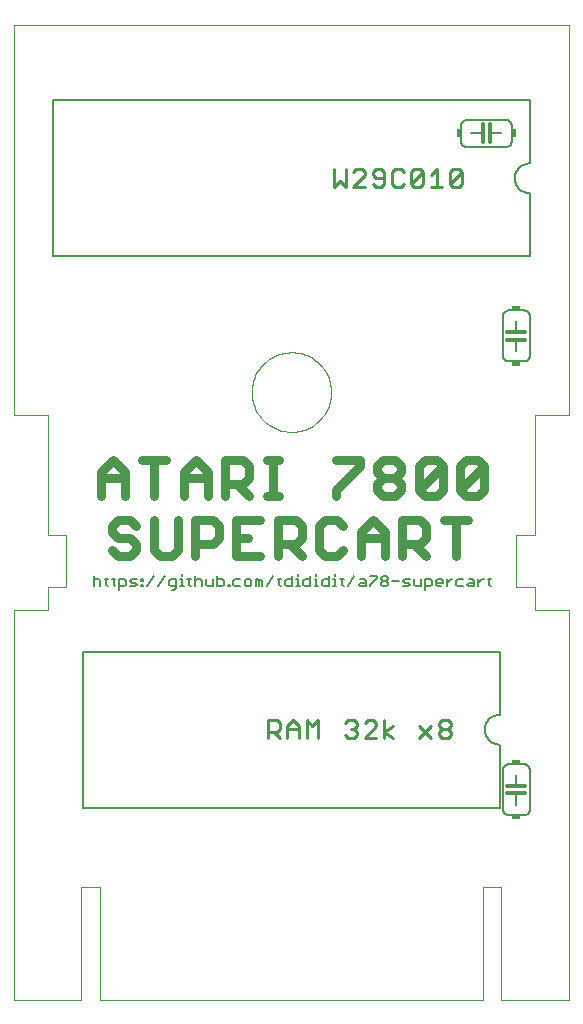
<source format=gto>
G75*
%MOIN*%
%OFA0B0*%
%FSLAX24Y24*%
%IPPOS*%
%LPD*%
%AMOC8*
5,1,8,0,0,1.08239X$1,22.5*
%
%ADD10C,0.0000*%
%ADD11C,0.0300*%
%ADD12C,0.0060*%
%ADD13C,0.0110*%
%ADD14C,0.0120*%
%ADD15R,0.0300X0.0150*%
%ADD16R,0.0150X0.0300*%
D10*
X000180Y002550D02*
X002430Y002550D01*
X002430Y006300D01*
X003055Y006300D01*
X003055Y002550D01*
X015805Y002550D01*
X015805Y006300D01*
X016430Y006300D01*
X016430Y002550D01*
X018680Y002550D01*
X018680Y015550D01*
X017555Y015550D01*
X017555Y016300D01*
X016930Y016300D01*
X016930Y018050D01*
X017555Y018050D01*
X017555Y022050D01*
X018680Y022050D01*
X018680Y035050D01*
X000180Y035050D01*
X000180Y022050D01*
X001305Y022050D01*
X001305Y018050D01*
X001930Y018050D01*
X001930Y016300D01*
X001305Y016300D01*
X001305Y015550D01*
X000180Y015550D01*
X000180Y002550D01*
X008105Y022800D02*
X008107Y022872D01*
X008113Y022944D01*
X008123Y023016D01*
X008137Y023087D01*
X008154Y023157D01*
X008176Y023227D01*
X008201Y023294D01*
X008230Y023361D01*
X008262Y023426D01*
X008298Y023488D01*
X008337Y023549D01*
X008380Y023608D01*
X008425Y023664D01*
X008474Y023718D01*
X008526Y023768D01*
X008580Y023816D01*
X008637Y023861D01*
X008696Y023903D01*
X008757Y023941D01*
X008820Y023976D01*
X008886Y024008D01*
X008952Y024036D01*
X009021Y024060D01*
X009090Y024081D01*
X009160Y024097D01*
X009232Y024110D01*
X009304Y024119D01*
X009376Y024124D01*
X009448Y024125D01*
X009520Y024122D01*
X009592Y024115D01*
X009664Y024104D01*
X009735Y024089D01*
X009805Y024071D01*
X009874Y024048D01*
X009941Y024022D01*
X010007Y023993D01*
X010071Y023959D01*
X010134Y023923D01*
X010194Y023882D01*
X010252Y023839D01*
X010308Y023793D01*
X010360Y023743D01*
X010411Y023691D01*
X010458Y023636D01*
X010502Y023579D01*
X010543Y023519D01*
X010580Y023457D01*
X010615Y023393D01*
X010645Y023328D01*
X010672Y023261D01*
X010696Y023192D01*
X010715Y023122D01*
X010731Y023052D01*
X010743Y022980D01*
X010751Y022908D01*
X010755Y022836D01*
X010755Y022764D01*
X010751Y022692D01*
X010743Y022620D01*
X010731Y022548D01*
X010715Y022478D01*
X010696Y022408D01*
X010672Y022339D01*
X010645Y022272D01*
X010615Y022207D01*
X010580Y022143D01*
X010543Y022081D01*
X010502Y022021D01*
X010458Y021964D01*
X010411Y021909D01*
X010360Y021857D01*
X010308Y021807D01*
X010252Y021761D01*
X010194Y021718D01*
X010134Y021677D01*
X010071Y021641D01*
X010007Y021607D01*
X009941Y021578D01*
X009874Y021552D01*
X009805Y021529D01*
X009735Y021511D01*
X009664Y021496D01*
X009592Y021485D01*
X009520Y021478D01*
X009448Y021475D01*
X009376Y021476D01*
X009304Y021481D01*
X009232Y021490D01*
X009160Y021503D01*
X009090Y021519D01*
X009021Y021540D01*
X008952Y021564D01*
X008886Y021592D01*
X008820Y021624D01*
X008757Y021659D01*
X008696Y021697D01*
X008637Y021739D01*
X008580Y021784D01*
X008526Y021832D01*
X008474Y021882D01*
X008425Y021936D01*
X008380Y021992D01*
X008337Y022051D01*
X008298Y022112D01*
X008262Y022174D01*
X008230Y022239D01*
X008201Y022306D01*
X008176Y022373D01*
X008154Y022443D01*
X008137Y022513D01*
X008123Y022584D01*
X008113Y022656D01*
X008107Y022728D01*
X008105Y022800D01*
D11*
X007824Y020526D02*
X007224Y020526D01*
X007224Y019325D01*
X007224Y019725D02*
X007824Y019725D01*
X008024Y019926D01*
X008024Y020326D01*
X007824Y020526D01*
X007624Y019725D02*
X008024Y019325D01*
X008399Y018526D02*
X007599Y018526D01*
X007599Y017325D01*
X008399Y017325D01*
X007999Y017926D02*
X007599Y017926D01*
X007018Y017926D02*
X006818Y017725D01*
X006217Y017725D01*
X006217Y017325D02*
X006217Y018526D01*
X006818Y018526D01*
X007018Y018326D01*
X007018Y017926D01*
X006643Y019325D02*
X006643Y020126D01*
X006243Y020526D01*
X005842Y020126D01*
X005842Y019325D01*
X005842Y019926D02*
X006643Y019926D01*
X005637Y018526D02*
X005637Y017525D01*
X005437Y017325D01*
X005036Y017325D01*
X004836Y017525D01*
X004836Y018526D01*
X004862Y019325D02*
X004862Y020526D01*
X005262Y020526D02*
X004461Y020526D01*
X003881Y020126D02*
X003881Y019325D01*
X003881Y019926D02*
X003080Y019926D01*
X003080Y020126D02*
X003480Y020526D01*
X003881Y020126D01*
X003080Y020126D02*
X003080Y019325D01*
X003655Y018526D02*
X003455Y018326D01*
X003455Y018126D01*
X003655Y017926D01*
X004056Y017926D01*
X004256Y017725D01*
X004256Y017525D01*
X004056Y017325D01*
X003655Y017325D01*
X003455Y017525D01*
X003655Y018526D02*
X004056Y018526D01*
X004256Y018326D01*
X008605Y019325D02*
X009005Y019325D01*
X008805Y019325D02*
X008805Y020526D01*
X008605Y020526D02*
X009005Y020526D01*
X008980Y018526D02*
X009580Y018526D01*
X009780Y018326D01*
X009780Y017926D01*
X009580Y017725D01*
X008980Y017725D01*
X008980Y017325D02*
X008980Y018526D01*
X009380Y017725D02*
X009780Y017325D01*
X010361Y017525D02*
X010361Y018326D01*
X010561Y018526D01*
X010961Y018526D01*
X011162Y018326D01*
X010907Y019325D02*
X010907Y019525D01*
X011707Y020326D01*
X011707Y020526D01*
X010907Y020526D01*
X012142Y018526D02*
X012543Y018126D01*
X012543Y017325D01*
X012543Y017926D02*
X011742Y017926D01*
X011742Y018126D02*
X011742Y017325D01*
X011742Y018126D02*
X012142Y018526D01*
X012488Y019325D02*
X012288Y019525D01*
X012288Y019725D01*
X012488Y019926D01*
X012888Y019926D01*
X013089Y019725D01*
X013089Y019525D01*
X012888Y019325D01*
X012488Y019325D01*
X012488Y019926D02*
X012288Y020126D01*
X012288Y020326D01*
X012488Y020526D01*
X012888Y020526D01*
X013089Y020326D01*
X013089Y020126D01*
X012888Y019926D01*
X013669Y019525D02*
X013669Y020326D01*
X013869Y020526D01*
X014270Y020526D01*
X014470Y020326D01*
X013669Y019525D01*
X013869Y019325D01*
X014270Y019325D01*
X014470Y019525D01*
X014470Y020326D01*
X015050Y020326D02*
X015050Y019525D01*
X015851Y020326D01*
X015851Y019525D01*
X015651Y019325D01*
X015250Y019325D01*
X015050Y019525D01*
X015050Y020326D02*
X015250Y020526D01*
X015651Y020526D01*
X015851Y020326D01*
X015305Y018526D02*
X014504Y018526D01*
X014905Y018526D02*
X014905Y017325D01*
X013924Y017325D02*
X013524Y017725D01*
X013724Y017725D02*
X013123Y017725D01*
X013123Y017325D02*
X013123Y018526D01*
X013724Y018526D01*
X013924Y018326D01*
X013924Y017926D01*
X013724Y017725D01*
X011162Y017525D02*
X010961Y017325D01*
X010561Y017325D01*
X010361Y017525D01*
D12*
X010258Y016727D02*
X010258Y016670D01*
X010258Y016557D02*
X010201Y016557D01*
X010258Y016557D02*
X010258Y016330D01*
X010201Y016330D02*
X010315Y016330D01*
X010447Y016387D02*
X010447Y016500D01*
X010504Y016557D01*
X010674Y016557D01*
X010674Y016670D02*
X010674Y016330D01*
X010504Y016330D01*
X010447Y016387D01*
X010815Y016330D02*
X010929Y016330D01*
X010872Y016330D02*
X010872Y016557D01*
X010815Y016557D01*
X010872Y016670D02*
X010872Y016727D01*
X011061Y016557D02*
X011174Y016557D01*
X011117Y016614D02*
X011117Y016387D01*
X011174Y016330D01*
X011306Y016330D02*
X011533Y016670D01*
X011731Y016557D02*
X011845Y016557D01*
X011901Y016500D01*
X011901Y016330D01*
X011731Y016330D01*
X011675Y016387D01*
X011731Y016443D01*
X011901Y016443D01*
X012043Y016387D02*
X012043Y016330D01*
X012043Y016387D02*
X012270Y016614D01*
X012270Y016670D01*
X012043Y016670D01*
X012411Y016614D02*
X012411Y016557D01*
X012468Y016500D01*
X012581Y016500D01*
X012638Y016443D01*
X012638Y016387D01*
X012581Y016330D01*
X012468Y016330D01*
X012411Y016387D01*
X012411Y016443D01*
X012468Y016500D01*
X012581Y016500D02*
X012638Y016557D01*
X012638Y016614D01*
X012581Y016670D01*
X012468Y016670D01*
X012411Y016614D01*
X012779Y016500D02*
X013006Y016500D01*
X013148Y016500D02*
X013205Y016557D01*
X013375Y016557D01*
X013318Y016443D02*
X013205Y016443D01*
X013148Y016500D01*
X013148Y016330D02*
X013318Y016330D01*
X013375Y016387D01*
X013318Y016443D01*
X013516Y016387D02*
X013573Y016330D01*
X013743Y016330D01*
X013743Y016557D01*
X013884Y016557D02*
X014055Y016557D01*
X014111Y016500D01*
X014111Y016387D01*
X014055Y016330D01*
X013884Y016330D01*
X013884Y016217D02*
X013884Y016557D01*
X013516Y016557D02*
X013516Y016387D01*
X014253Y016387D02*
X014253Y016500D01*
X014309Y016557D01*
X014423Y016557D01*
X014480Y016500D01*
X014480Y016443D01*
X014253Y016443D01*
X014253Y016387D02*
X014309Y016330D01*
X014423Y016330D01*
X014621Y016330D02*
X014621Y016557D01*
X014734Y016557D02*
X014791Y016557D01*
X014734Y016557D02*
X014621Y016443D01*
X014928Y016387D02*
X014985Y016330D01*
X015155Y016330D01*
X015296Y016387D02*
X015353Y016443D01*
X015523Y016443D01*
X015523Y016500D02*
X015523Y016330D01*
X015353Y016330D01*
X015296Y016387D01*
X015353Y016557D02*
X015466Y016557D01*
X015523Y016500D01*
X015665Y016443D02*
X015778Y016557D01*
X015835Y016557D01*
X015972Y016557D02*
X016085Y016557D01*
X016028Y016614D02*
X016028Y016387D01*
X016085Y016330D01*
X015665Y016330D02*
X015665Y016557D01*
X015155Y016557D02*
X014985Y016557D01*
X014928Y016500D01*
X014928Y016387D01*
X016380Y014150D02*
X002480Y014150D01*
X002480Y008950D01*
X016380Y008950D01*
X016380Y011050D01*
X016336Y011052D01*
X016293Y011058D01*
X016251Y011067D01*
X016209Y011080D01*
X016169Y011097D01*
X016130Y011117D01*
X016093Y011140D01*
X016059Y011167D01*
X016026Y011196D01*
X015997Y011229D01*
X015970Y011263D01*
X015947Y011300D01*
X015927Y011339D01*
X015910Y011379D01*
X015897Y011421D01*
X015888Y011463D01*
X015882Y011506D01*
X015880Y011550D01*
X015882Y011594D01*
X015888Y011637D01*
X015897Y011679D01*
X015910Y011721D01*
X015927Y011761D01*
X015947Y011800D01*
X015970Y011837D01*
X015997Y011871D01*
X016026Y011904D01*
X016059Y011933D01*
X016093Y011960D01*
X016130Y011983D01*
X016169Y012003D01*
X016209Y012020D01*
X016251Y012033D01*
X016293Y012042D01*
X016336Y012048D01*
X016380Y012050D01*
X016380Y014150D01*
X016680Y010400D02*
X017180Y010400D01*
X017206Y010398D01*
X017232Y010393D01*
X017257Y010385D01*
X017280Y010373D01*
X017302Y010359D01*
X017321Y010341D01*
X017339Y010322D01*
X017353Y010300D01*
X017365Y010277D01*
X017373Y010252D01*
X017378Y010226D01*
X017380Y010200D01*
X017380Y008900D01*
X017378Y008874D01*
X017373Y008848D01*
X017365Y008823D01*
X017353Y008800D01*
X017339Y008778D01*
X017321Y008759D01*
X017302Y008741D01*
X017280Y008727D01*
X017257Y008715D01*
X017232Y008707D01*
X017206Y008702D01*
X017180Y008700D01*
X016680Y008700D01*
X016654Y008702D01*
X016628Y008707D01*
X016603Y008715D01*
X016580Y008727D01*
X016558Y008741D01*
X016539Y008759D01*
X016521Y008778D01*
X016507Y008800D01*
X016495Y008823D01*
X016487Y008848D01*
X016482Y008874D01*
X016480Y008900D01*
X016480Y010200D01*
X016482Y010226D01*
X016487Y010252D01*
X016495Y010277D01*
X016507Y010300D01*
X016521Y010322D01*
X016539Y010341D01*
X016558Y010359D01*
X016580Y010373D01*
X016603Y010385D01*
X016628Y010393D01*
X016654Y010398D01*
X016680Y010400D01*
X016930Y010050D02*
X016930Y009680D01*
X016930Y009430D02*
X016930Y009050D01*
X010060Y016330D02*
X009890Y016330D01*
X009833Y016387D01*
X009833Y016500D01*
X009890Y016557D01*
X010060Y016557D01*
X010060Y016670D02*
X010060Y016330D01*
X009701Y016330D02*
X009587Y016330D01*
X009644Y016330D02*
X009644Y016557D01*
X009587Y016557D01*
X009644Y016670D02*
X009644Y016727D01*
X009446Y016670D02*
X009446Y016330D01*
X009276Y016330D01*
X009219Y016387D01*
X009219Y016500D01*
X009276Y016557D01*
X009446Y016557D01*
X009087Y016557D02*
X008974Y016557D01*
X009030Y016614D02*
X009030Y016387D01*
X009087Y016330D01*
X008832Y016670D02*
X008605Y016330D01*
X008464Y016330D02*
X008464Y016500D01*
X008407Y016557D01*
X008350Y016500D01*
X008350Y016330D01*
X008237Y016330D02*
X008237Y016557D01*
X008294Y016557D01*
X008350Y016500D01*
X008095Y016500D02*
X008039Y016557D01*
X007925Y016557D01*
X007869Y016500D01*
X007869Y016387D01*
X007925Y016330D01*
X008039Y016330D01*
X008095Y016387D01*
X008095Y016500D01*
X007727Y016557D02*
X007557Y016557D01*
X007500Y016500D01*
X007500Y016387D01*
X007557Y016330D01*
X007727Y016330D01*
X007373Y016330D02*
X007316Y016330D01*
X007316Y016387D01*
X007373Y016387D01*
X007373Y016330D01*
X007175Y016387D02*
X007175Y016500D01*
X007118Y016557D01*
X006948Y016557D01*
X006948Y016670D02*
X006948Y016330D01*
X007118Y016330D01*
X007175Y016387D01*
X006806Y016330D02*
X006806Y016557D01*
X006580Y016557D02*
X006580Y016387D01*
X006636Y016330D01*
X006806Y016330D01*
X006438Y016330D02*
X006438Y016500D01*
X006381Y016557D01*
X006268Y016557D01*
X006211Y016500D01*
X006079Y016557D02*
X005966Y016557D01*
X006022Y016614D02*
X006022Y016387D01*
X006079Y016330D01*
X006211Y016330D02*
X006211Y016670D01*
X005777Y016670D02*
X005777Y016727D01*
X005777Y016557D02*
X005777Y016330D01*
X005720Y016330D02*
X005834Y016330D01*
X005777Y016557D02*
X005720Y016557D01*
X005579Y016557D02*
X005409Y016557D01*
X005352Y016500D01*
X005352Y016387D01*
X005409Y016330D01*
X005579Y016330D01*
X005579Y016273D02*
X005579Y016557D01*
X005579Y016273D02*
X005522Y016217D01*
X005465Y016217D01*
X004984Y016330D02*
X005210Y016670D01*
X004842Y016670D02*
X004615Y016330D01*
X004488Y016330D02*
X004431Y016330D01*
X004431Y016387D01*
X004488Y016387D01*
X004488Y016330D01*
X004488Y016500D02*
X004431Y016500D01*
X004431Y016557D01*
X004488Y016557D01*
X004488Y016500D01*
X004290Y016557D02*
X004119Y016557D01*
X004063Y016500D01*
X004119Y016443D01*
X004233Y016443D01*
X004290Y016387D01*
X004233Y016330D01*
X004063Y016330D01*
X003921Y016387D02*
X003865Y016330D01*
X003694Y016330D01*
X003694Y016217D02*
X003694Y016557D01*
X003865Y016557D01*
X003921Y016500D01*
X003921Y016387D01*
X003562Y016330D02*
X003506Y016387D01*
X003506Y016614D01*
X003562Y016557D02*
X003449Y016557D01*
X003317Y016557D02*
X003203Y016557D01*
X003260Y016614D02*
X003260Y016387D01*
X003317Y016330D01*
X003062Y016330D02*
X003062Y016500D01*
X003005Y016557D01*
X002892Y016557D01*
X002835Y016500D01*
X002835Y016670D02*
X002835Y016330D01*
X001480Y027325D02*
X017380Y027325D01*
X017380Y029425D01*
X017336Y029427D01*
X017293Y029433D01*
X017251Y029442D01*
X017209Y029455D01*
X017169Y029472D01*
X017130Y029492D01*
X017093Y029515D01*
X017059Y029542D01*
X017026Y029571D01*
X016997Y029604D01*
X016970Y029638D01*
X016947Y029675D01*
X016927Y029714D01*
X016910Y029754D01*
X016897Y029796D01*
X016888Y029838D01*
X016882Y029881D01*
X016880Y029925D01*
X016882Y029969D01*
X016888Y030012D01*
X016897Y030054D01*
X016910Y030096D01*
X016927Y030136D01*
X016947Y030175D01*
X016970Y030212D01*
X016997Y030246D01*
X017026Y030279D01*
X017059Y030308D01*
X017093Y030335D01*
X017130Y030358D01*
X017169Y030378D01*
X017209Y030395D01*
X017251Y030408D01*
X017293Y030417D01*
X017336Y030423D01*
X017380Y030425D01*
X017380Y032525D01*
X001480Y032525D01*
X001480Y027325D01*
X015080Y031175D02*
X015080Y031675D01*
X015082Y031701D01*
X015087Y031727D01*
X015095Y031752D01*
X015107Y031775D01*
X015121Y031797D01*
X015139Y031816D01*
X015158Y031834D01*
X015180Y031848D01*
X015203Y031860D01*
X015228Y031868D01*
X015254Y031873D01*
X015280Y031875D01*
X016580Y031875D01*
X016606Y031873D01*
X016632Y031868D01*
X016657Y031860D01*
X016680Y031848D01*
X016702Y031834D01*
X016721Y031816D01*
X016739Y031797D01*
X016753Y031775D01*
X016765Y031752D01*
X016773Y031727D01*
X016778Y031701D01*
X016780Y031675D01*
X016780Y031175D01*
X016778Y031149D01*
X016773Y031123D01*
X016765Y031098D01*
X016753Y031075D01*
X016739Y031053D01*
X016721Y031034D01*
X016702Y031016D01*
X016680Y031002D01*
X016657Y030990D01*
X016632Y030982D01*
X016606Y030977D01*
X016580Y030975D01*
X015280Y030975D01*
X015254Y030977D01*
X015228Y030982D01*
X015203Y030990D01*
X015180Y031002D01*
X015158Y031016D01*
X015139Y031034D01*
X015121Y031053D01*
X015107Y031075D01*
X015095Y031098D01*
X015087Y031123D01*
X015082Y031149D01*
X015080Y031175D01*
X015430Y031425D02*
X015810Y031425D01*
X016060Y031425D02*
X016430Y031425D01*
X016680Y025525D02*
X017180Y025525D01*
X017206Y025523D01*
X017232Y025518D01*
X017257Y025510D01*
X017280Y025498D01*
X017302Y025484D01*
X017321Y025466D01*
X017339Y025447D01*
X017353Y025425D01*
X017365Y025402D01*
X017373Y025377D01*
X017378Y025351D01*
X017380Y025325D01*
X017380Y024025D01*
X017378Y023999D01*
X017373Y023973D01*
X017365Y023948D01*
X017353Y023925D01*
X017339Y023903D01*
X017321Y023884D01*
X017302Y023866D01*
X017280Y023852D01*
X017257Y023840D01*
X017232Y023832D01*
X017206Y023827D01*
X017180Y023825D01*
X016680Y023825D01*
X016654Y023827D01*
X016628Y023832D01*
X016603Y023840D01*
X016580Y023852D01*
X016558Y023866D01*
X016539Y023884D01*
X016521Y023903D01*
X016507Y023925D01*
X016495Y023948D01*
X016487Y023973D01*
X016482Y023999D01*
X016480Y024025D01*
X016480Y025325D01*
X016482Y025351D01*
X016487Y025377D01*
X016495Y025402D01*
X016507Y025425D01*
X016521Y025447D01*
X016539Y025466D01*
X016558Y025484D01*
X016580Y025498D01*
X016603Y025510D01*
X016628Y025518D01*
X016654Y025523D01*
X016680Y025525D01*
X016930Y025175D02*
X016930Y024795D01*
X016930Y024545D02*
X016930Y024175D01*
D13*
X015011Y029650D02*
X014814Y029650D01*
X014715Y029748D01*
X015109Y030142D01*
X015109Y029748D01*
X015011Y029650D01*
X015109Y030142D02*
X015011Y030241D01*
X014814Y030241D01*
X014715Y030142D01*
X014715Y029748D01*
X014465Y029650D02*
X014071Y029650D01*
X014268Y029650D02*
X014268Y030241D01*
X014071Y030044D01*
X013820Y030142D02*
X013820Y029748D01*
X013722Y029650D01*
X013525Y029650D01*
X013426Y029748D01*
X013820Y030142D01*
X013722Y030241D01*
X013525Y030241D01*
X013426Y030142D01*
X013426Y029748D01*
X013175Y029748D02*
X013077Y029650D01*
X012880Y029650D01*
X012782Y029748D01*
X012782Y030142D01*
X012880Y030241D01*
X013077Y030241D01*
X013175Y030142D01*
X012531Y030142D02*
X012531Y029748D01*
X012432Y029650D01*
X012236Y029650D01*
X012137Y029748D01*
X012236Y029945D02*
X012137Y030044D01*
X012137Y030142D01*
X012236Y030241D01*
X012432Y030241D01*
X012531Y030142D01*
X012531Y029945D02*
X012236Y029945D01*
X011886Y030044D02*
X011886Y030142D01*
X011788Y030241D01*
X011591Y030241D01*
X011493Y030142D01*
X011242Y030241D02*
X011242Y029650D01*
X011045Y029847D01*
X010848Y029650D01*
X010848Y030241D01*
X011493Y029650D02*
X011886Y030044D01*
X011886Y029650D02*
X011493Y029650D01*
X011324Y011866D02*
X011520Y011866D01*
X011619Y011767D01*
X011619Y011669D01*
X011520Y011570D01*
X011619Y011472D01*
X011619Y011373D01*
X011520Y011275D01*
X011324Y011275D01*
X011225Y011373D01*
X011422Y011570D02*
X011520Y011570D01*
X011225Y011767D02*
X011324Y011866D01*
X011870Y011767D02*
X011968Y011866D01*
X012165Y011866D01*
X012263Y011767D01*
X012263Y011669D01*
X011870Y011275D01*
X012263Y011275D01*
X012514Y011275D02*
X012514Y011866D01*
X012809Y011669D02*
X012514Y011472D01*
X012809Y011275D01*
X013696Y011275D02*
X014090Y011669D01*
X014340Y011669D02*
X014340Y011767D01*
X014439Y011866D01*
X014636Y011866D01*
X014734Y011767D01*
X014734Y011669D01*
X014636Y011570D01*
X014439Y011570D01*
X014340Y011669D01*
X014439Y011570D02*
X014340Y011472D01*
X014340Y011373D01*
X014439Y011275D01*
X014636Y011275D01*
X014734Y011373D01*
X014734Y011472D01*
X014636Y011570D01*
X014090Y011275D02*
X013696Y011669D01*
X010330Y011866D02*
X010330Y011275D01*
X010133Y011669D02*
X010330Y011866D01*
X010133Y011669D02*
X009936Y011866D01*
X009936Y011275D01*
X009685Y011275D02*
X009685Y011669D01*
X009488Y011866D01*
X009291Y011669D01*
X009291Y011275D01*
X009041Y011275D02*
X008844Y011472D01*
X008942Y011472D02*
X008647Y011472D01*
X008647Y011275D02*
X008647Y011866D01*
X008942Y011866D01*
X009041Y011767D01*
X009041Y011570D01*
X008942Y011472D01*
X009291Y011570D02*
X009685Y011570D01*
D14*
X016630Y009680D02*
X016930Y009680D01*
X017230Y009680D01*
X017230Y009430D02*
X016930Y009430D01*
X016630Y009430D01*
X016630Y024545D02*
X016930Y024545D01*
X017230Y024545D01*
X017230Y024795D02*
X016930Y024795D01*
X016630Y024795D01*
X016060Y031125D02*
X016060Y031425D01*
X016060Y031725D01*
X015810Y031725D02*
X015810Y031425D01*
X015810Y031125D01*
D15*
X016930Y025600D03*
X016930Y023750D03*
X016930Y010475D03*
X016930Y008625D03*
D16*
X016855Y031425D03*
X015005Y031425D03*
M02*

</source>
